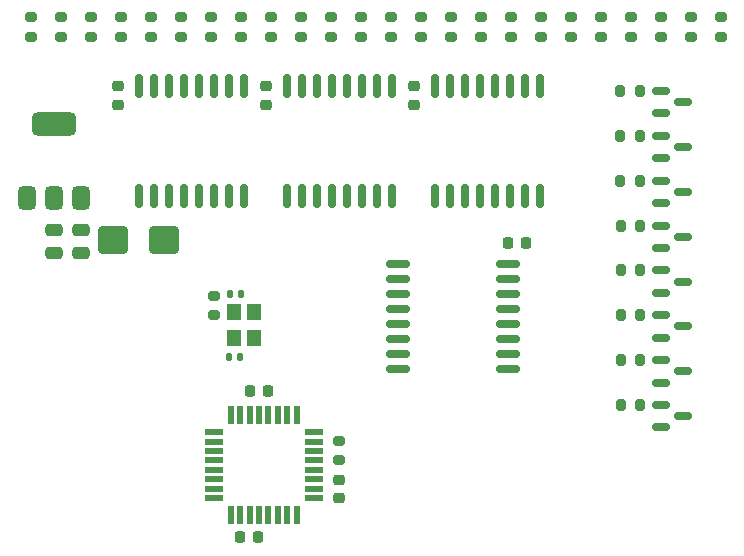
<source format=gbr>
%TF.GenerationSoftware,KiCad,Pcbnew,8.0.1*%
%TF.CreationDate,2024-04-26T21:38:42+06:30*%
%TF.ProjectId,Project,50726f6a-6563-4742-9e6b-696361645f70,1.0*%
%TF.SameCoordinates,PX60e4b00PY853a720*%
%TF.FileFunction,Paste,Top*%
%TF.FilePolarity,Positive*%
%FSLAX46Y46*%
G04 Gerber Fmt 4.6, Leading zero omitted, Abs format (unit mm)*
G04 Created by KiCad (PCBNEW 8.0.1) date 2024-04-26 21:38:42*
%MOMM*%
%LPD*%
G01*
G04 APERTURE LIST*
G04 Aperture macros list*
%AMRoundRect*
0 Rectangle with rounded corners*
0 $1 Rounding radius*
0 $2 $3 $4 $5 $6 $7 $8 $9 X,Y pos of 4 corners*
0 Add a 4 corners polygon primitive as box body*
4,1,4,$2,$3,$4,$5,$6,$7,$8,$9,$2,$3,0*
0 Add four circle primitives for the rounded corners*
1,1,$1+$1,$2,$3*
1,1,$1+$1,$4,$5*
1,1,$1+$1,$6,$7*
1,1,$1+$1,$8,$9*
0 Add four rect primitives between the rounded corners*
20,1,$1+$1,$2,$3,$4,$5,0*
20,1,$1+$1,$4,$5,$6,$7,0*
20,1,$1+$1,$6,$7,$8,$9,0*
20,1,$1+$1,$8,$9,$2,$3,0*%
G04 Aperture macros list end*
%ADD10RoundRect,0.150000X-0.587500X-0.150000X0.587500X-0.150000X0.587500X0.150000X-0.587500X0.150000X0*%
%ADD11R,1.200000X1.400000*%
%ADD12RoundRect,0.200000X0.275000X-0.200000X0.275000X0.200000X-0.275000X0.200000X-0.275000X-0.200000X0*%
%ADD13RoundRect,0.225000X-0.250000X0.225000X-0.250000X-0.225000X0.250000X-0.225000X0.250000X0.225000X0*%
%ADD14RoundRect,0.200000X-0.200000X-0.275000X0.200000X-0.275000X0.200000X0.275000X-0.200000X0.275000X0*%
%ADD15RoundRect,0.250000X-1.000000X-0.900000X1.000000X-0.900000X1.000000X0.900000X-1.000000X0.900000X0*%
%ADD16RoundRect,0.200000X-0.275000X0.200000X-0.275000X-0.200000X0.275000X-0.200000X0.275000X0.200000X0*%
%ADD17RoundRect,0.140000X0.140000X0.170000X-0.140000X0.170000X-0.140000X-0.170000X0.140000X-0.170000X0*%
%ADD18RoundRect,0.225000X0.225000X0.250000X-0.225000X0.250000X-0.225000X-0.250000X0.225000X-0.250000X0*%
%ADD19RoundRect,0.150000X0.150000X-0.875000X0.150000X0.875000X-0.150000X0.875000X-0.150000X-0.875000X0*%
%ADD20RoundRect,0.250000X-0.475000X0.250000X-0.475000X-0.250000X0.475000X-0.250000X0.475000X0.250000X0*%
%ADD21R,0.550000X1.600000*%
%ADD22R,1.600000X0.550000*%
%ADD23RoundRect,0.375000X0.375000X-0.625000X0.375000X0.625000X-0.375000X0.625000X-0.375000X-0.625000X0*%
%ADD24RoundRect,0.500000X1.400000X-0.500000X1.400000X0.500000X-1.400000X0.500000X-1.400000X-0.500000X0*%
%ADD25RoundRect,0.225000X-0.225000X-0.250000X0.225000X-0.250000X0.225000X0.250000X-0.225000X0.250000X0*%
%ADD26RoundRect,0.140000X-0.140000X-0.170000X0.140000X-0.170000X0.140000X0.170000X-0.140000X0.170000X0*%
%ADD27RoundRect,0.150000X-0.875000X-0.150000X0.875000X-0.150000X0.875000X0.150000X-0.875000X0.150000X0*%
G04 APERTURE END LIST*
D10*
%TO.C,Q3*%
X56466500Y31707644D03*
X56466500Y29807644D03*
X58341500Y30757644D03*
%TD*%
D11*
%TO.C,Y1*%
X22070800Y18389600D03*
X22070800Y20589600D03*
X20370800Y20589600D03*
X20370800Y18389600D03*
%TD*%
D12*
%TO.C,R4*%
X10795000Y43879000D03*
X10795000Y45529000D03*
%TD*%
%TO.C,R3*%
X8255000Y43879000D03*
X8255000Y45529000D03*
%TD*%
%TO.C,R13*%
X33655000Y43879000D03*
X33655000Y45529000D03*
%TD*%
%TO.C,R10*%
X26035000Y43879000D03*
X26035000Y45529000D03*
%TD*%
D13*
%TO.C,C8*%
X23050500Y39687800D03*
X23050500Y38137800D03*
%TD*%
D12*
%TO.C,R12*%
X31115000Y43879000D03*
X31115000Y45529000D03*
%TD*%
%TO.C,R5*%
X13335000Y43879000D03*
X13335000Y45529000D03*
%TD*%
%TO.C,R33*%
X18680800Y20290200D03*
X18680800Y21940200D03*
%TD*%
%TO.C,R24*%
X61595000Y43879000D03*
X61595000Y45529000D03*
%TD*%
D14*
%TO.C,R31*%
X53093000Y16509932D03*
X54743000Y16509932D03*
%TD*%
D12*
%TO.C,R19*%
X48895000Y43879000D03*
X48895000Y45529000D03*
%TD*%
D14*
%TO.C,R32*%
X53093000Y12710500D03*
X54743000Y12710500D03*
%TD*%
D13*
%TO.C,C10*%
X29210000Y6350000D03*
X29210000Y4800000D03*
%TD*%
D14*
%TO.C,R25*%
X53023000Y39306500D03*
X54673000Y39306500D03*
%TD*%
D15*
%TO.C,D1*%
X10092800Y26670000D03*
X14392800Y26670000D03*
%TD*%
D14*
%TO.C,R26*%
X53023000Y35507072D03*
X54673000Y35507072D03*
%TD*%
D10*
%TO.C,Q4*%
X56466500Y27908216D03*
X56466500Y26008216D03*
X58341500Y26958216D03*
%TD*%
%TO.C,Q1*%
X56466500Y39306500D03*
X56466500Y37406500D03*
X58341500Y38356500D03*
%TD*%
D16*
%TO.C,R34*%
X29210000Y9689000D03*
X29210000Y8039000D03*
%TD*%
D12*
%TO.C,R16*%
X41275000Y43879000D03*
X41275000Y45529000D03*
%TD*%
D17*
%TO.C,C5*%
X20888000Y16797200D03*
X19928000Y16797200D03*
%TD*%
D10*
%TO.C,Q6*%
X56466500Y20309360D03*
X56466500Y18409360D03*
X58341500Y19359360D03*
%TD*%
D12*
%TO.C,R7*%
X18415000Y43879000D03*
X18415000Y45529000D03*
%TD*%
%TO.C,R11*%
X28575000Y43879000D03*
X28575000Y45529000D03*
%TD*%
%TO.C,R18*%
X46355000Y43879000D03*
X46355000Y45529000D03*
%TD*%
%TO.C,R6*%
X15875000Y43879000D03*
X15875000Y45529000D03*
%TD*%
%TO.C,R1*%
X3175000Y43879000D03*
X3175000Y45529000D03*
%TD*%
%TO.C,R8*%
X20955000Y43879000D03*
X20955000Y45529000D03*
%TD*%
%TO.C,R21*%
X53975000Y43879000D03*
X53975000Y45529000D03*
%TD*%
D10*
%TO.C,Q8*%
X56466500Y12710500D03*
X56466500Y10810500D03*
X58341500Y11760500D03*
%TD*%
D18*
%TO.C,C3*%
X23228600Y13868400D03*
X21678600Y13868400D03*
%TD*%
D12*
%TO.C,R17*%
X43815000Y43879000D03*
X43815000Y45529000D03*
%TD*%
D14*
%TO.C,R28*%
X53093000Y27908216D03*
X54743000Y27908216D03*
%TD*%
D12*
%TO.C,R23*%
X59055000Y43879000D03*
X59055000Y45529000D03*
%TD*%
D10*
%TO.C,Q5*%
X56466500Y24108788D03*
X56466500Y22208788D03*
X58341500Y23158788D03*
%TD*%
D13*
%TO.C,C9*%
X35560000Y39687800D03*
X35560000Y38137800D03*
%TD*%
D14*
%TO.C,R29*%
X53093000Y24108788D03*
X54743000Y24108788D03*
%TD*%
%TO.C,R30*%
X53093000Y20309360D03*
X54743000Y20309360D03*
%TD*%
D12*
%TO.C,R14*%
X36195000Y43879000D03*
X36195000Y45529000D03*
%TD*%
%TO.C,R20*%
X51435000Y43879000D03*
X51435000Y45529000D03*
%TD*%
%TO.C,R2*%
X5715000Y43879000D03*
X5715000Y45529000D03*
%TD*%
D19*
%TO.C,U4*%
X24841200Y30387800D03*
X26111200Y30387800D03*
X27381200Y30387800D03*
X28651200Y30387800D03*
X29921200Y30387800D03*
X31191200Y30387800D03*
X32461200Y30387800D03*
X33731200Y30387800D03*
X33731200Y39687800D03*
X32461200Y39687800D03*
X31191200Y39687800D03*
X29921200Y39687800D03*
X28651200Y39687800D03*
X27381200Y39687800D03*
X26111200Y39687800D03*
X24841200Y39687800D03*
%TD*%
D10*
%TO.C,Q2*%
X56466500Y35507072D03*
X56466500Y33607072D03*
X58341500Y34557072D03*
%TD*%
D20*
%TO.C,C1*%
X7366000Y27518400D03*
X7366000Y25618400D03*
%TD*%
%TO.C,C2*%
X5080000Y27518400D03*
X5080000Y25618400D03*
%TD*%
D12*
%TO.C,R22*%
X56515000Y43879000D03*
X56515000Y45529000D03*
%TD*%
D21*
%TO.C,U1*%
X25660000Y11870000D03*
X24860000Y11870000D03*
X24060000Y11870000D03*
X23260000Y11870000D03*
X22460000Y11870000D03*
X21660000Y11870000D03*
X20860000Y11870000D03*
X20060000Y11870000D03*
D22*
X18610000Y10420000D03*
X18610000Y9620000D03*
X18610000Y8820000D03*
X18610000Y8020000D03*
X18610000Y7220000D03*
X18610000Y6420000D03*
X18610000Y5620000D03*
X18610000Y4820000D03*
D21*
X20060000Y3370000D03*
X20860000Y3370000D03*
X21660000Y3370000D03*
X22460000Y3370000D03*
X23260000Y3370000D03*
X24060000Y3370000D03*
X24860000Y3370000D03*
X25660000Y3370000D03*
D22*
X27110000Y4820000D03*
X27110000Y5620000D03*
X27110000Y6420000D03*
X27110000Y7220000D03*
X27110000Y8020000D03*
X27110000Y8820000D03*
X27110000Y9620000D03*
X27110000Y10420000D03*
%TD*%
D23*
%TO.C,U6*%
X2780000Y30225600D03*
X5080000Y30225600D03*
D24*
X5080000Y36525600D03*
D23*
X7380000Y30225600D03*
%TD*%
D12*
%TO.C,R9*%
X23495000Y43879000D03*
X23495000Y45529000D03*
%TD*%
D25*
%TO.C,C4*%
X20828000Y1524000D03*
X22378000Y1524000D03*
%TD*%
D26*
%TO.C,C6*%
X19978800Y22131200D03*
X20938800Y22131200D03*
%TD*%
D19*
%TO.C,U3*%
X12319000Y30387800D03*
X13589000Y30387800D03*
X14859000Y30387800D03*
X16129000Y30387800D03*
X17399000Y30387800D03*
X18669000Y30387800D03*
X19939000Y30387800D03*
X21209000Y30387800D03*
X21209000Y39687800D03*
X19939000Y39687800D03*
X18669000Y39687800D03*
X17399000Y39687800D03*
X16129000Y39687800D03*
X14859000Y39687800D03*
X13589000Y39687800D03*
X12319000Y39687800D03*
%TD*%
D12*
%TO.C,R15*%
X38735000Y43879000D03*
X38735000Y45529000D03*
%TD*%
D14*
%TO.C,R27*%
X53023000Y31707644D03*
X54673000Y31707644D03*
%TD*%
D25*
%TO.C,C11*%
X43512000Y26416000D03*
X45062000Y26416000D03*
%TD*%
D19*
%TO.C,U5*%
X37363400Y30387800D03*
X38633400Y30387800D03*
X39903400Y30387800D03*
X41173400Y30387800D03*
X42443400Y30387800D03*
X43713400Y30387800D03*
X44983400Y30387800D03*
X46253400Y30387800D03*
X46253400Y39687800D03*
X44983400Y39687800D03*
X43713400Y39687800D03*
X42443400Y39687800D03*
X41173400Y39687800D03*
X39903400Y39687800D03*
X38633400Y39687800D03*
X37363400Y39687800D03*
%TD*%
D27*
%TO.C,U2*%
X34212000Y24625000D03*
X34212000Y23355000D03*
X34212000Y22085000D03*
X34212000Y20815000D03*
X34212000Y19545000D03*
X34212000Y18275000D03*
X34212000Y17005000D03*
X34212000Y15735000D03*
X43512000Y15735000D03*
X43512000Y17005000D03*
X43512000Y18275000D03*
X43512000Y19545000D03*
X43512000Y20815000D03*
X43512000Y22085000D03*
X43512000Y23355000D03*
X43512000Y24625000D03*
%TD*%
D13*
%TO.C,C7*%
X10541000Y39687800D03*
X10541000Y38137800D03*
%TD*%
D10*
%TO.C,Q7*%
X56466500Y16509932D03*
X56466500Y14609932D03*
X58341500Y15559932D03*
%TD*%
M02*

</source>
